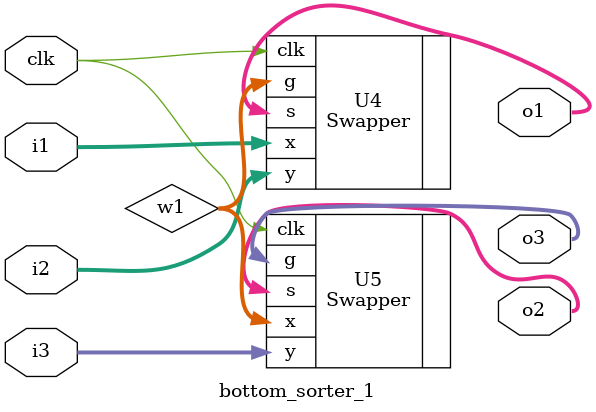
<source format=v>
`timescale 1ns / 1ps

module bottom_sorter_1
	#(parameter N = 8)
	(
		input wire clk,
		input wire signed [N-1:0] i1, i2, i3, 
		output wire signed [N-1:0] o1, o2, o3
    );
	
	wire signed [N-1:0] w1;
		 
	 Swapper #(.N(N)) U4
	(
		.clk(clk),
		.x(i1),.y(i2),
		.s(o1),.g(w1)
    );
	 
	 Swapper #(.N(N)) U5
	(
		.clk(clk),
		.x(w1),.y(i3),
		.s(o2),.g(o3)
    );
	 
endmodule


</source>
